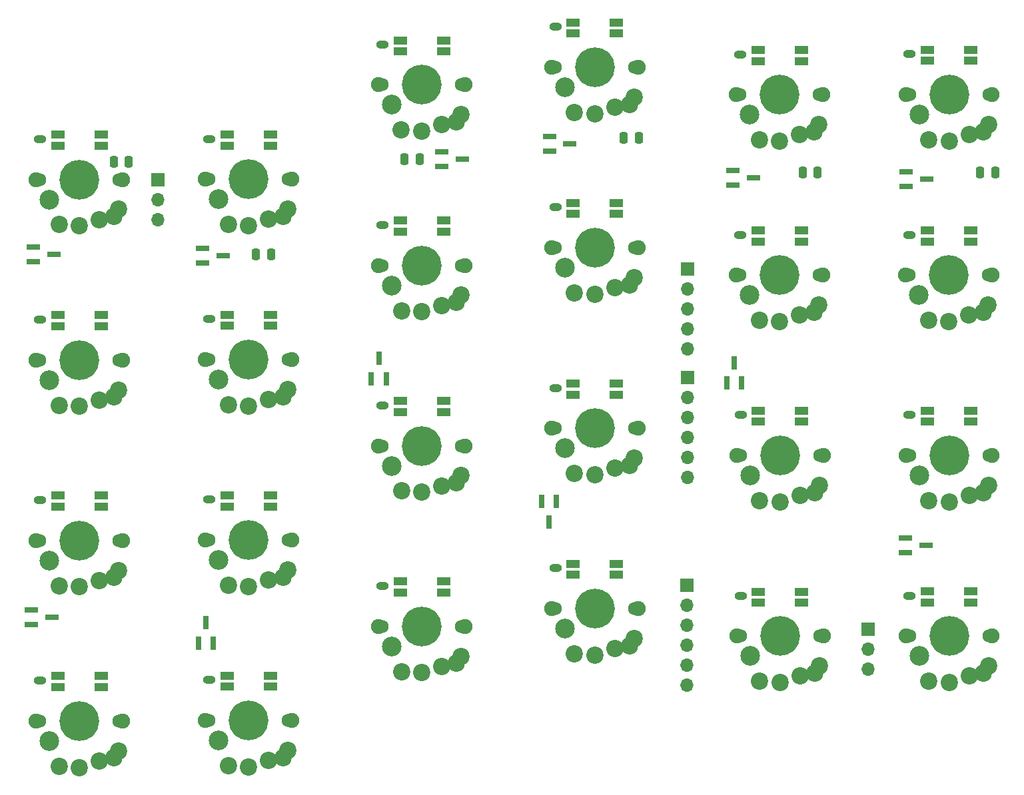
<source format=gbr>
%TF.GenerationSoftware,KiCad,Pcbnew,(6.99.0-4085-g6c752680d7)*%
%TF.CreationDate,2022-11-14T18:26:04+08:00*%
%TF.ProjectId,Right Flex PCB,52696768-7420-4466-9c65-78205043422e,rev?*%
%TF.SameCoordinates,Original*%
%TF.FileFunction,Soldermask,Top*%
%TF.FilePolarity,Negative*%
%FSLAX46Y46*%
G04 Gerber Fmt 4.6, Leading zero omitted, Abs format (unit mm)*
G04 Created by KiCad (PCBNEW (6.99.0-4085-g6c752680d7)) date 2022-11-14 18:26:04*
%MOMM*%
%LPD*%
G01*
G04 APERTURE LIST*
G04 Aperture macros list*
%AMRoundRect*
0 Rectangle with rounded corners*
0 $1 Rounding radius*
0 $2 $3 $4 $5 $6 $7 $8 $9 X,Y pos of 4 corners*
0 Add a 4 corners polygon primitive as box body*
4,1,4,$2,$3,$4,$5,$6,$7,$8,$9,$2,$3,0*
0 Add four circle primitives for the rounded corners*
1,1,$1+$1,$2,$3*
1,1,$1+$1,$4,$5*
1,1,$1+$1,$6,$7*
1,1,$1+$1,$8,$9*
0 Add four rect primitives between the rounded corners*
20,1,$1+$1,$2,$3,$4,$5,0*
20,1,$1+$1,$4,$5,$6,$7,0*
20,1,$1+$1,$6,$7,$8,$9,0*
20,1,$1+$1,$8,$9,$2,$3,0*%
G04 Aperture macros list end*
%ADD10R,1.700000X1.000000*%
%ADD11R,1.800000X0.800000*%
%ADD12RoundRect,0.250000X-0.250000X-0.475000X0.250000X-0.475000X0.250000X0.475000X-0.250000X0.475000X0*%
%ADD13C,1.900000*%
%ADD14C,1.750000*%
%ADD15O,1.600000X1.000000*%
%ADD16C,5.050000*%
%ADD17C,2.500000*%
%ADD18C,2.200000*%
%ADD19R,1.700000X1.700000*%
%ADD20O,1.700000X1.700000*%
%ADD21RoundRect,0.250000X0.250000X0.475000X-0.250000X0.475000X-0.250000X-0.475000X0.250000X-0.475000X0*%
%ADD22R,0.800000X1.800000*%
G04 APERTURE END LIST*
D10*
%TO.C,D55*%
X156959398Y-63206597D03*
X151459398Y-63206597D03*
X151459398Y-61806597D03*
X156959398Y-61806597D03*
%TD*%
%TO.C,D43*%
X111974399Y-36758599D03*
X106474399Y-36758599D03*
X106474399Y-35358599D03*
X111974399Y-35358599D03*
%TD*%
D11*
%TO.C,D13*%
X37875199Y-65814399D03*
X37875199Y-63914399D03*
X40475199Y-64864399D03*
%TD*%
%TO.C,D17*%
X148675199Y-102814399D03*
X148675199Y-100914399D03*
X151275199Y-101864399D03*
%TD*%
D10*
%TO.C,D18*%
X46475200Y-119884397D03*
X40975200Y-119884397D03*
X40975200Y-118484397D03*
X46475200Y-118484397D03*
%TD*%
D12*
%TO.C,C3*%
X158200000Y-54450000D03*
X160100000Y-54450000D03*
%TD*%
D13*
%TO.C,SW12*%
X81753400Y-112153200D03*
D14*
X82173400Y-112153200D03*
D15*
X82253399Y-107003199D03*
D16*
X87253400Y-112153200D03*
D14*
X92333400Y-112153200D03*
D13*
X92753400Y-112153200D03*
D17*
X83443400Y-114693200D03*
D18*
X84653400Y-117903200D03*
X87253400Y-118053200D03*
X89793400Y-117233200D03*
X91653400Y-116853200D03*
X92253400Y-115953200D03*
%TD*%
D19*
%TO.C,J3*%
X53695199Y-55364399D03*
D20*
X53695199Y-57904399D03*
X53695199Y-60444399D03*
%TD*%
D11*
%TO.C,D1*%
X37625199Y-111964399D03*
X37625199Y-110064399D03*
X40225199Y-111014399D03*
%TD*%
D13*
%TO.C,SW7*%
X59741599Y-101196400D03*
D14*
X60161599Y-101196400D03*
D15*
X60241598Y-96046399D03*
D16*
X65241599Y-101196400D03*
D14*
X70321599Y-101196400D03*
D13*
X70741599Y-101196400D03*
D17*
X61431599Y-103736400D03*
D18*
X62641599Y-106946400D03*
X65241599Y-107096400D03*
X67781599Y-106276400D03*
X69641599Y-105896400D03*
X70241599Y-104996400D03*
%TD*%
D10*
%TO.C,D23*%
X90003399Y-84891599D03*
X84503399Y-84891599D03*
X84503399Y-83491599D03*
X90003399Y-83491599D03*
%TD*%
D13*
%TO.C,SW16*%
X103724400Y-86981800D03*
D14*
X104144400Y-86981800D03*
D15*
X104224399Y-81831799D03*
D16*
X109224400Y-86981800D03*
D14*
X114304400Y-86981800D03*
D13*
X114724400Y-86981800D03*
D17*
X105414400Y-89521800D03*
D18*
X106624400Y-92731800D03*
X109224400Y-92881800D03*
X111764400Y-92061800D03*
X113624400Y-91681800D03*
X114224400Y-90781800D03*
%TD*%
D21*
%TO.C,C1*%
X49975200Y-53064400D03*
X48075200Y-53064400D03*
%TD*%
D13*
%TO.C,SW21*%
X127246400Y-90442800D03*
D14*
X127666400Y-90442800D03*
D15*
X127746399Y-85292799D03*
D16*
X132746400Y-90442800D03*
D14*
X137826400Y-90442800D03*
D13*
X138246400Y-90442800D03*
D17*
X128936400Y-92982800D03*
D18*
X130146400Y-96192800D03*
X132746400Y-96342800D03*
X135286400Y-95522800D03*
X137146400Y-95142800D03*
X137746400Y-94242800D03*
%TD*%
D10*
%TO.C,D49*%
X135496399Y-86142799D03*
X129996399Y-86142799D03*
X129996399Y-84742799D03*
X135496399Y-84742799D03*
%TD*%
D13*
%TO.C,SW11*%
X81753400Y-89191600D03*
D14*
X82173400Y-89191600D03*
D15*
X82253399Y-84041599D03*
D16*
X87253400Y-89191600D03*
D14*
X92333400Y-89191600D03*
D13*
X92753400Y-89191600D03*
D17*
X83443400Y-91731600D03*
D18*
X84653400Y-94941600D03*
X87253400Y-95091600D03*
X89793400Y-94271600D03*
X91653400Y-93891600D03*
X92253400Y-92991600D03*
%TD*%
D13*
%TO.C,SW19*%
X127221000Y-44570400D03*
D14*
X127641000Y-44570400D03*
D15*
X127720999Y-39420399D03*
D16*
X132721000Y-44570400D03*
D14*
X137801000Y-44570400D03*
D13*
X138221000Y-44570400D03*
D17*
X128911000Y-47110400D03*
D18*
X130121000Y-50320400D03*
X132721000Y-50470400D03*
X135261000Y-49650400D03*
X137121000Y-49270400D03*
X137721000Y-48370400D03*
%TD*%
D10*
%TO.C,D7*%
X67991598Y-96896399D03*
X62491598Y-96896399D03*
X62491598Y-95496399D03*
X67991598Y-95496399D03*
%TD*%
D19*
%TO.C,J2*%
X120960799Y-66719198D03*
D20*
X120960799Y-69259198D03*
X120960799Y-71799198D03*
X120960799Y-74339198D03*
X120960799Y-76879198D03*
%TD*%
D10*
%TO.C,D37*%
X111974399Y-105592599D03*
X106474399Y-105592599D03*
X106474399Y-104192599D03*
X111974399Y-104192599D03*
%TD*%
D19*
%TO.C,J4*%
X120960799Y-80536798D03*
D20*
X120960799Y-83076798D03*
X120960799Y-85616798D03*
X120960799Y-88156798D03*
X120960799Y-90696798D03*
X120960799Y-93236798D03*
%TD*%
D10*
%TO.C,D35*%
X67991598Y-51023999D03*
X62491598Y-51023999D03*
X62491598Y-49623999D03*
X67991598Y-49623999D03*
%TD*%
D19*
%TO.C,J5*%
X143955199Y-112534399D03*
D20*
X143955199Y-115074399D03*
X143955199Y-117614399D03*
%TD*%
D10*
%TO.C,D41*%
X111974399Y-59720199D03*
X106474399Y-59720199D03*
X106474399Y-58320199D03*
X111974399Y-58320199D03*
%TD*%
D11*
%TO.C,D11*%
X103449999Y-51749999D03*
X103449999Y-49849999D03*
X106049999Y-50799999D03*
%TD*%
D10*
%TO.C,D2*%
X40987199Y-49630600D03*
X46487199Y-49630600D03*
X46487199Y-51030600D03*
X40987199Y-51030600D03*
%TD*%
D11*
%TO.C,D9*%
X89775199Y-53714399D03*
X89775199Y-51814399D03*
X92375199Y-52764399D03*
%TD*%
D10*
%TO.C,D4*%
X46487199Y-96928400D03*
X40987199Y-96928400D03*
X40987199Y-95528400D03*
X46487199Y-95528400D03*
%TD*%
%TO.C,D25*%
X90003399Y-107853199D03*
X84503399Y-107853199D03*
X84503399Y-106453199D03*
X90003399Y-106453199D03*
%TD*%
D11*
%TO.C,D14*%
X126799999Y-56049999D03*
X126799999Y-54149999D03*
X129399999Y-55099999D03*
%TD*%
D12*
%TO.C,C6*%
X66150000Y-64850000D03*
X68050000Y-64850000D03*
%TD*%
D13*
%TO.C,SW17*%
X103724400Y-109892600D03*
D14*
X104144400Y-109892600D03*
D15*
X104224399Y-104742599D03*
D16*
X109224400Y-109892600D03*
D14*
X114304400Y-109892600D03*
D13*
X114724400Y-109892600D03*
D17*
X105414400Y-112432600D03*
D18*
X106624400Y-115642600D03*
X109224400Y-115792600D03*
X111764400Y-114972600D03*
X113624400Y-114592600D03*
X114224400Y-113692600D03*
%TD*%
D10*
%TO.C,D59*%
X156984798Y-109104397D03*
X151484798Y-109104397D03*
X151484798Y-107704397D03*
X156984798Y-107704397D03*
%TD*%
D22*
%TO.C,D32*%
X60725199Y-114264399D03*
X58825199Y-114264399D03*
X59775199Y-111664399D03*
%TD*%
D13*
%TO.C,SW5*%
X59741599Y-55324000D03*
D14*
X60161599Y-55324000D03*
D15*
X60241598Y-50173999D03*
D16*
X65241599Y-55324000D03*
D14*
X70321599Y-55324000D03*
D13*
X70741599Y-55324000D03*
D17*
X61431599Y-57864000D03*
D18*
X62641599Y-61074000D03*
X65241599Y-61224000D03*
X67781599Y-60404000D03*
X69641599Y-60024000D03*
X70241599Y-59124000D03*
%TD*%
D10*
%TO.C,D57*%
X156984798Y-86142797D03*
X151484798Y-86142797D03*
X151484798Y-84742797D03*
X156984798Y-84742797D03*
%TD*%
D13*
%TO.C,SW9*%
X81728000Y-43293800D03*
D14*
X82148000Y-43293800D03*
D15*
X82227999Y-38143799D03*
D16*
X87228000Y-43293800D03*
D14*
X92308000Y-43293800D03*
D13*
X92728000Y-43293800D03*
D17*
X83418000Y-45833800D03*
D18*
X84628000Y-49043800D03*
X87228000Y-49193800D03*
X89768000Y-48373800D03*
X91628000Y-47993800D03*
X92228000Y-47093800D03*
%TD*%
D13*
%TO.C,SW14*%
X103724400Y-41058600D03*
D14*
X104144400Y-41058600D03*
D15*
X104224399Y-35908599D03*
D16*
X109224400Y-41058600D03*
D14*
X114304400Y-41058600D03*
D13*
X114724400Y-41058600D03*
D17*
X105414400Y-43598600D03*
D18*
X106624400Y-46808600D03*
X109224400Y-46958600D03*
X111764400Y-46138600D03*
X113624400Y-45758600D03*
X114224400Y-44858600D03*
%TD*%
D10*
%TO.C,D39*%
X111974399Y-82681799D03*
X106474399Y-82681799D03*
X106474399Y-81281799D03*
X111974399Y-81281799D03*
%TD*%
D13*
%TO.C,SW15*%
X103724400Y-64020200D03*
D14*
X104144400Y-64020200D03*
D15*
X104224399Y-58870199D03*
D16*
X109224400Y-64020200D03*
D14*
X114304400Y-64020200D03*
D13*
X114724400Y-64020200D03*
D17*
X105414400Y-66560200D03*
D18*
X106624400Y-69770200D03*
X109224400Y-69920200D03*
X111764400Y-69100200D03*
X113624400Y-68720200D03*
X114224400Y-67820200D03*
%TD*%
D10*
%TO.C,D33*%
X67991598Y-73934799D03*
X62491598Y-73934799D03*
X62491598Y-72534799D03*
X67991598Y-72534799D03*
%TD*%
D12*
%TO.C,C4*%
X135650000Y-54450000D03*
X137550000Y-54450000D03*
%TD*%
D19*
%TO.C,J1*%
X120885199Y-106904399D03*
D20*
X120885199Y-109444399D03*
X120885199Y-111984399D03*
X120885199Y-114524399D03*
X120885199Y-117064399D03*
X120885199Y-119604399D03*
%TD*%
D13*
%TO.C,SW1*%
X38237200Y-55330601D03*
D14*
X38657200Y-55330601D03*
D15*
X38737199Y-50180600D03*
D16*
X43737200Y-55330601D03*
D14*
X48817200Y-55330601D03*
D13*
X49237200Y-55330601D03*
D17*
X39927200Y-57870601D03*
D18*
X41137200Y-61080601D03*
X43737200Y-61230601D03*
X46277200Y-60410601D03*
X48137200Y-60030601D03*
X48737200Y-59130601D03*
%TD*%
D22*
%TO.C,D12*%
X102449999Y-96299999D03*
X104349999Y-96299999D03*
X103399999Y-98899999D03*
%TD*%
D12*
%TO.C,C5*%
X112900000Y-50050000D03*
X114800000Y-50050000D03*
%TD*%
D13*
%TO.C,SW24*%
X148709399Y-67506598D03*
D14*
X149129399Y-67506598D03*
D15*
X149209398Y-62356597D03*
D16*
X154209399Y-67506598D03*
D14*
X159289399Y-67506598D03*
D13*
X159709399Y-67506598D03*
D17*
X150399399Y-70046598D03*
D18*
X151609399Y-73256598D03*
X154209399Y-73406598D03*
X156749399Y-72586598D03*
X158609399Y-72206598D03*
X159209399Y-71306598D03*
%TD*%
D11*
%TO.C,D31*%
X59375199Y-65964399D03*
X59375199Y-64064399D03*
X61975199Y-65014399D03*
%TD*%
D13*
%TO.C,SW8*%
X59741599Y-124132600D03*
D14*
X60161599Y-124132600D03*
D15*
X60241598Y-118982599D03*
D16*
X65241599Y-124132600D03*
D14*
X70321599Y-124132600D03*
D13*
X70741599Y-124132600D03*
D17*
X61431599Y-126672600D03*
D18*
X62641599Y-129882600D03*
X65241599Y-130032600D03*
X67781599Y-129212600D03*
X69641599Y-128832600D03*
X70241599Y-127932600D03*
%TD*%
D13*
%TO.C,SW10*%
X81753400Y-66255400D03*
D14*
X82173400Y-66255400D03*
D15*
X82253399Y-61105399D03*
D16*
X87253400Y-66255400D03*
D14*
X92333400Y-66255400D03*
D13*
X92753400Y-66255400D03*
D17*
X83443400Y-68795400D03*
D18*
X84653400Y-72005400D03*
X87253400Y-72155400D03*
X89793400Y-71335400D03*
X91653400Y-70955400D03*
X92253400Y-70055400D03*
%TD*%
D13*
%TO.C,SW25*%
X148734799Y-90442798D03*
D14*
X149154799Y-90442798D03*
D15*
X149234798Y-85292797D03*
D16*
X154234799Y-90442798D03*
D14*
X159314799Y-90442798D03*
D13*
X159734799Y-90442798D03*
D17*
X150424799Y-92982798D03*
D18*
X151634799Y-96192798D03*
X154234799Y-96342798D03*
X156774799Y-95522798D03*
X158634799Y-95142798D03*
X159234799Y-94242798D03*
%TD*%
D10*
%TO.C,D45*%
X135470999Y-40270399D03*
X129970999Y-40270399D03*
X129970999Y-38870399D03*
X135470999Y-38870399D03*
%TD*%
D22*
%TO.C,D15*%
X127875199Y-81214399D03*
X125975199Y-81214399D03*
X126925199Y-78614399D03*
%TD*%
D12*
%TO.C,C2*%
X85050000Y-52700000D03*
X86950000Y-52700000D03*
%TD*%
D13*
%TO.C,SW26*%
X148734799Y-113404398D03*
D14*
X149154799Y-113404398D03*
D15*
X149234798Y-108254397D03*
D16*
X154234799Y-113404398D03*
D14*
X159314799Y-113404398D03*
D13*
X159734799Y-113404398D03*
D17*
X150424799Y-115944398D03*
D18*
X151634799Y-119154398D03*
X154234799Y-119304398D03*
X156774799Y-118484398D03*
X158634799Y-118104398D03*
X159234799Y-117204398D03*
%TD*%
D10*
%TO.C,D3*%
X46487199Y-73992200D03*
X40987199Y-73992200D03*
X40987199Y-72592200D03*
X46487199Y-72592200D03*
%TD*%
%TO.C,D51*%
X135475199Y-109134397D03*
X129975199Y-109134397D03*
X129975199Y-107734397D03*
X135475199Y-107734397D03*
%TD*%
D13*
%TO.C,SW20*%
X127221000Y-67506600D03*
D14*
X127641000Y-67506600D03*
D15*
X127720999Y-62356599D03*
D16*
X132721000Y-67506600D03*
D14*
X137801000Y-67506600D03*
D13*
X138221000Y-67506600D03*
D17*
X128911000Y-70046600D03*
D18*
X130121000Y-73256600D03*
X132721000Y-73406600D03*
X135261000Y-72586600D03*
X137121000Y-72206600D03*
X137721000Y-71306600D03*
%TD*%
D13*
%TO.C,SW2*%
X38237200Y-78292201D03*
D14*
X38657200Y-78292201D03*
D15*
X38737199Y-73142200D03*
D16*
X43737200Y-78292201D03*
D14*
X48817200Y-78292201D03*
D13*
X49237200Y-78292201D03*
D17*
X39927200Y-80832201D03*
D18*
X41137200Y-84042201D03*
X43737200Y-84192201D03*
X46277200Y-83372201D03*
X48137200Y-82992201D03*
X48737200Y-82092201D03*
%TD*%
D13*
%TO.C,SW22*%
X127246400Y-113404400D03*
D14*
X127666400Y-113404400D03*
D15*
X127746399Y-108254399D03*
D16*
X132746400Y-113404400D03*
D14*
X137826400Y-113404400D03*
D13*
X138246400Y-113404400D03*
D17*
X128936400Y-115944400D03*
D18*
X130146400Y-119154400D03*
X132746400Y-119304400D03*
X135286400Y-118484400D03*
X137146400Y-118104400D03*
X137746400Y-117204400D03*
%TD*%
D13*
%TO.C,SW23*%
X148734799Y-44544998D03*
D14*
X149154799Y-44544998D03*
D15*
X149234798Y-39394997D03*
D16*
X154234799Y-44544998D03*
D14*
X159314799Y-44544998D03*
D13*
X159734799Y-44544998D03*
D17*
X150424799Y-47084998D03*
D18*
X151634799Y-50294998D03*
X154234799Y-50444998D03*
X156774799Y-49624998D03*
X158634799Y-49244998D03*
X159234799Y-48344998D03*
%TD*%
D11*
%TO.C,D16*%
X148775199Y-56214399D03*
X148775199Y-54314399D03*
X151375199Y-55264399D03*
%TD*%
D10*
%TO.C,D19*%
X89975199Y-39034398D03*
X84475199Y-39034398D03*
X84475199Y-37634398D03*
X89975199Y-37634398D03*
%TD*%
%TO.C,D5*%
X67991598Y-119832599D03*
X62491598Y-119832599D03*
X62491598Y-118432599D03*
X67991598Y-118432599D03*
%TD*%
D13*
%TO.C,SW6*%
X59741599Y-78234800D03*
D14*
X60161599Y-78234800D03*
D15*
X60241598Y-73084799D03*
D16*
X65241599Y-78234800D03*
D14*
X70321599Y-78234800D03*
D13*
X70741599Y-78234800D03*
D17*
X61431599Y-80774800D03*
D18*
X62641599Y-83984800D03*
X65241599Y-84134800D03*
X67781599Y-83314800D03*
X69641599Y-82934800D03*
X70241599Y-82034800D03*
%TD*%
D22*
%TO.C,D10*%
X82725199Y-80664399D03*
X80825199Y-80664399D03*
X81775199Y-78064399D03*
%TD*%
D10*
%TO.C,D21*%
X90003399Y-61955399D03*
X84503399Y-61955399D03*
X84503399Y-60555399D03*
X90003399Y-60555399D03*
%TD*%
%TO.C,D47*%
X135470999Y-63206599D03*
X129970999Y-63206599D03*
X129970999Y-61806599D03*
X135470999Y-61806599D03*
%TD*%
%TO.C,D53*%
X156984798Y-40244997D03*
X151484798Y-40244997D03*
X151484798Y-38844997D03*
X156984798Y-38844997D03*
%TD*%
D13*
%TO.C,SW3*%
X38237200Y-101228401D03*
D14*
X38657200Y-101228401D03*
D15*
X38737199Y-96078400D03*
D16*
X43737200Y-101228401D03*
D14*
X48817200Y-101228401D03*
D13*
X49237200Y-101228401D03*
D17*
X39927200Y-103768401D03*
D18*
X41137200Y-106978401D03*
X43737200Y-107128401D03*
X46277200Y-106308401D03*
X48137200Y-105928401D03*
X48737200Y-105028401D03*
%TD*%
D13*
%TO.C,SW4*%
X38237200Y-124190001D03*
D14*
X38657200Y-124190001D03*
D15*
X38737199Y-119040000D03*
D16*
X43737200Y-124190001D03*
D14*
X48817200Y-124190001D03*
D13*
X49237200Y-124190001D03*
D17*
X39927200Y-126730001D03*
D18*
X41137200Y-129940001D03*
X43737200Y-130090001D03*
X46277200Y-129270001D03*
X48137200Y-128890001D03*
X48737200Y-127990001D03*
%TD*%
M02*

</source>
